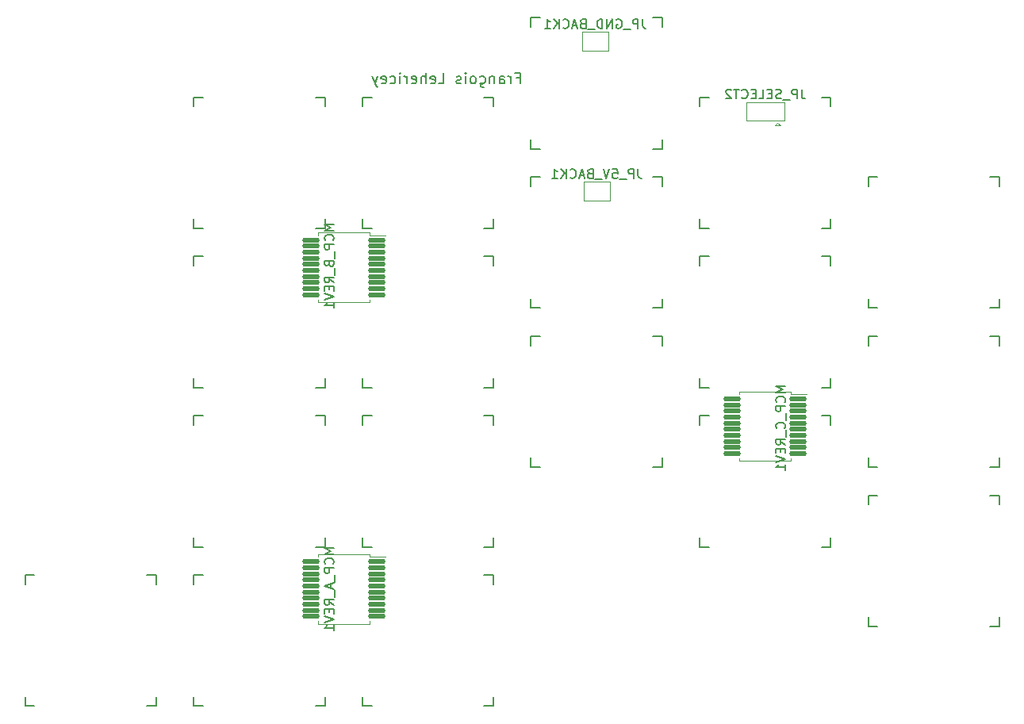
<source format=gbr>
%TF.GenerationSoftware,KiCad,Pcbnew,(6.0.4)*%
%TF.CreationDate,2022-11-15T19:41:09+00:00*%
%TF.ProjectId,pcb_v2,7063625f-7632-42e6-9b69-6361645f7063,rev?*%
%TF.SameCoordinates,Original*%
%TF.FileFunction,Legend,Bot*%
%TF.FilePolarity,Positive*%
%FSLAX46Y46*%
G04 Gerber Fmt 4.6, Leading zero omitted, Abs format (unit mm)*
G04 Created by KiCad (PCBNEW (6.0.4)) date 2022-11-15 19:41:09*
%MOMM*%
%LPD*%
G01*
G04 APERTURE LIST*
G04 Aperture macros list*
%AMRoundRect*
0 Rectangle with rounded corners*
0 $1 Rounding radius*
0 $2 $3 $4 $5 $6 $7 $8 $9 X,Y pos of 4 corners*
0 Add a 4 corners polygon primitive as box body*
4,1,4,$2,$3,$4,$5,$6,$7,$8,$9,$2,$3,0*
0 Add four circle primitives for the rounded corners*
1,1,$1+$1,$2,$3*
1,1,$1+$1,$4,$5*
1,1,$1+$1,$6,$7*
1,1,$1+$1,$8,$9*
0 Add four rect primitives between the rounded corners*
20,1,$1+$1,$2,$3,$4,$5,0*
20,1,$1+$1,$4,$5,$6,$7,0*
20,1,$1+$1,$6,$7,$8,$9,0*
20,1,$1+$1,$8,$9,$2,$3,0*%
G04 Aperture macros list end*
%ADD10C,0.150000*%
%ADD11C,0.120000*%
%ADD12C,3.429000*%
%ADD13C,1.701800*%
%ADD14C,2.032000*%
%ADD15C,0.800000*%
%ADD16O,2.000000X1.600000*%
%ADD17O,3.100000X1.600000*%
%ADD18R,1.000000X1.500000*%
%ADD19RoundRect,0.125000X0.825000X0.125000X-0.825000X0.125000X-0.825000X-0.125000X0.825000X-0.125000X0*%
G04 APERTURE END LIST*
D10*
X86447619Y-69417857D02*
X86830952Y-69417857D01*
X86830952Y-70020238D02*
X86830952Y-68870238D01*
X86283333Y-68870238D01*
X85845238Y-70020238D02*
X85845238Y-69253571D01*
X85845238Y-69472619D02*
X85790476Y-69363095D01*
X85735714Y-69308333D01*
X85626190Y-69253571D01*
X85516666Y-69253571D01*
X84640476Y-70020238D02*
X84640476Y-69417857D01*
X84695238Y-69308333D01*
X84804761Y-69253571D01*
X85023809Y-69253571D01*
X85133333Y-69308333D01*
X84640476Y-69965476D02*
X84750000Y-70020238D01*
X85023809Y-70020238D01*
X85133333Y-69965476D01*
X85188095Y-69855952D01*
X85188095Y-69746428D01*
X85133333Y-69636904D01*
X85023809Y-69582142D01*
X84750000Y-69582142D01*
X84640476Y-69527380D01*
X84092857Y-69253571D02*
X84092857Y-70020238D01*
X84092857Y-69363095D02*
X84038095Y-69308333D01*
X83928571Y-69253571D01*
X83764285Y-69253571D01*
X83654761Y-69308333D01*
X83600000Y-69417857D01*
X83600000Y-70020238D01*
X82559523Y-69965476D02*
X82669047Y-70020238D01*
X82888095Y-70020238D01*
X82997619Y-69965476D01*
X83052380Y-69910714D01*
X83107142Y-69801190D01*
X83107142Y-69472619D01*
X83052380Y-69363095D01*
X82997619Y-69308333D01*
X82888095Y-69253571D01*
X82669047Y-69253571D01*
X82559523Y-69308333D01*
X82778571Y-70075000D02*
X82669047Y-70129761D01*
X82614285Y-70239285D01*
X82669047Y-70348809D01*
X82778571Y-70403571D01*
X82942857Y-70403571D01*
X81902380Y-70020238D02*
X82011904Y-69965476D01*
X82066666Y-69910714D01*
X82121428Y-69801190D01*
X82121428Y-69472619D01*
X82066666Y-69363095D01*
X82011904Y-69308333D01*
X81902380Y-69253571D01*
X81738095Y-69253571D01*
X81628571Y-69308333D01*
X81573809Y-69363095D01*
X81519047Y-69472619D01*
X81519047Y-69801190D01*
X81573809Y-69910714D01*
X81628571Y-69965476D01*
X81738095Y-70020238D01*
X81902380Y-70020238D01*
X81026190Y-70020238D02*
X81026190Y-69253571D01*
X81026190Y-68870238D02*
X81080952Y-68925000D01*
X81026190Y-68979761D01*
X80971428Y-68925000D01*
X81026190Y-68870238D01*
X81026190Y-68979761D01*
X80533333Y-69965476D02*
X80423809Y-70020238D01*
X80204761Y-70020238D01*
X80095238Y-69965476D01*
X80040476Y-69855952D01*
X80040476Y-69801190D01*
X80095238Y-69691666D01*
X80204761Y-69636904D01*
X80369047Y-69636904D01*
X80478571Y-69582142D01*
X80533333Y-69472619D01*
X80533333Y-69417857D01*
X80478571Y-69308333D01*
X80369047Y-69253571D01*
X80204761Y-69253571D01*
X80095238Y-69308333D01*
X78123809Y-70020238D02*
X78671428Y-70020238D01*
X78671428Y-68870238D01*
X77302380Y-69965476D02*
X77411904Y-70020238D01*
X77630952Y-70020238D01*
X77740476Y-69965476D01*
X77795238Y-69855952D01*
X77795238Y-69417857D01*
X77740476Y-69308333D01*
X77630952Y-69253571D01*
X77411904Y-69253571D01*
X77302380Y-69308333D01*
X77247619Y-69417857D01*
X77247619Y-69527380D01*
X77795238Y-69636904D01*
X76754761Y-70020238D02*
X76754761Y-68870238D01*
X76261904Y-70020238D02*
X76261904Y-69417857D01*
X76316666Y-69308333D01*
X76426190Y-69253571D01*
X76590476Y-69253571D01*
X76700000Y-69308333D01*
X76754761Y-69363095D01*
X75276190Y-69965476D02*
X75385714Y-70020238D01*
X75604761Y-70020238D01*
X75714285Y-69965476D01*
X75769047Y-69855952D01*
X75769047Y-69417857D01*
X75714285Y-69308333D01*
X75604761Y-69253571D01*
X75385714Y-69253571D01*
X75276190Y-69308333D01*
X75221428Y-69417857D01*
X75221428Y-69527380D01*
X75769047Y-69636904D01*
X74728571Y-70020238D02*
X74728571Y-69253571D01*
X74728571Y-69472619D02*
X74673809Y-69363095D01*
X74619047Y-69308333D01*
X74509523Y-69253571D01*
X74400000Y-69253571D01*
X74016666Y-70020238D02*
X74016666Y-69253571D01*
X74016666Y-68870238D02*
X74071428Y-68925000D01*
X74016666Y-68979761D01*
X73961904Y-68925000D01*
X74016666Y-68870238D01*
X74016666Y-68979761D01*
X72976190Y-69965476D02*
X73085714Y-70020238D01*
X73304761Y-70020238D01*
X73414285Y-69965476D01*
X73469047Y-69910714D01*
X73523809Y-69801190D01*
X73523809Y-69472619D01*
X73469047Y-69363095D01*
X73414285Y-69308333D01*
X73304761Y-69253571D01*
X73085714Y-69253571D01*
X72976190Y-69308333D01*
X72045238Y-69965476D02*
X72154761Y-70020238D01*
X72373809Y-70020238D01*
X72483333Y-69965476D01*
X72538095Y-69855952D01*
X72538095Y-69417857D01*
X72483333Y-69308333D01*
X72373809Y-69253571D01*
X72154761Y-69253571D01*
X72045238Y-69308333D01*
X71990476Y-69417857D01*
X71990476Y-69527380D01*
X72538095Y-69636904D01*
X71607142Y-69253571D02*
X71333333Y-70020238D01*
X71059523Y-69253571D02*
X71333333Y-70020238D01*
X71442857Y-70294047D01*
X71497619Y-70348809D01*
X71607142Y-70403571D01*
%TO.C,JP_5V_BACK1*%
X99428571Y-79152380D02*
X99428571Y-79866666D01*
X99476190Y-80009523D01*
X99571428Y-80104761D01*
X99714285Y-80152380D01*
X99809523Y-80152380D01*
X98952380Y-80152380D02*
X98952380Y-79152380D01*
X98571428Y-79152380D01*
X98476190Y-79200000D01*
X98428571Y-79247619D01*
X98380952Y-79342857D01*
X98380952Y-79485714D01*
X98428571Y-79580952D01*
X98476190Y-79628571D01*
X98571428Y-79676190D01*
X98952380Y-79676190D01*
X98190476Y-80247619D02*
X97428571Y-80247619D01*
X96714285Y-79152380D02*
X97190476Y-79152380D01*
X97238095Y-79628571D01*
X97190476Y-79580952D01*
X97095238Y-79533333D01*
X96857142Y-79533333D01*
X96761904Y-79580952D01*
X96714285Y-79628571D01*
X96666666Y-79723809D01*
X96666666Y-79961904D01*
X96714285Y-80057142D01*
X96761904Y-80104761D01*
X96857142Y-80152380D01*
X97095238Y-80152380D01*
X97190476Y-80104761D01*
X97238095Y-80057142D01*
X96380952Y-79152380D02*
X96047619Y-80152380D01*
X95714285Y-79152380D01*
X95619047Y-80247619D02*
X94857142Y-80247619D01*
X94285714Y-79628571D02*
X94142857Y-79676190D01*
X94095238Y-79723809D01*
X94047619Y-79819047D01*
X94047619Y-79961904D01*
X94095238Y-80057142D01*
X94142857Y-80104761D01*
X94238095Y-80152380D01*
X94619047Y-80152380D01*
X94619047Y-79152380D01*
X94285714Y-79152380D01*
X94190476Y-79200000D01*
X94142857Y-79247619D01*
X94095238Y-79342857D01*
X94095238Y-79438095D01*
X94142857Y-79533333D01*
X94190476Y-79580952D01*
X94285714Y-79628571D01*
X94619047Y-79628571D01*
X93666666Y-79866666D02*
X93190476Y-79866666D01*
X93761904Y-80152380D02*
X93428571Y-79152380D01*
X93095238Y-80152380D01*
X92190476Y-80057142D02*
X92238095Y-80104761D01*
X92380952Y-80152380D01*
X92476190Y-80152380D01*
X92619047Y-80104761D01*
X92714285Y-80009523D01*
X92761904Y-79914285D01*
X92809523Y-79723809D01*
X92809523Y-79580952D01*
X92761904Y-79390476D01*
X92714285Y-79295238D01*
X92619047Y-79200000D01*
X92476190Y-79152380D01*
X92380952Y-79152380D01*
X92238095Y-79200000D01*
X92190476Y-79247619D01*
X91761904Y-80152380D02*
X91761904Y-79152380D01*
X91190476Y-80152380D02*
X91619047Y-79580952D01*
X91190476Y-79152380D02*
X91761904Y-79723809D01*
X90238095Y-80152380D02*
X90809523Y-80152380D01*
X90523809Y-80152380D02*
X90523809Y-79152380D01*
X90619047Y-79295238D01*
X90714285Y-79390476D01*
X90809523Y-79438095D01*
%TO.C,JP_SELECT2*%
X116884131Y-70655120D02*
X116884131Y-71369406D01*
X116931750Y-71512263D01*
X117026988Y-71607501D01*
X117169845Y-71655120D01*
X117265083Y-71655120D01*
X116407940Y-71655120D02*
X116407940Y-70655120D01*
X116026988Y-70655120D01*
X115931750Y-70702740D01*
X115884131Y-70750359D01*
X115836512Y-70845597D01*
X115836512Y-70988454D01*
X115884131Y-71083692D01*
X115931750Y-71131311D01*
X116026988Y-71178930D01*
X116407940Y-71178930D01*
X115646036Y-71750359D02*
X114884131Y-71750359D01*
X114693655Y-71607501D02*
X114550798Y-71655120D01*
X114312702Y-71655120D01*
X114217464Y-71607501D01*
X114169845Y-71559882D01*
X114122226Y-71464644D01*
X114122226Y-71369406D01*
X114169845Y-71274168D01*
X114217464Y-71226549D01*
X114312702Y-71178930D01*
X114503179Y-71131311D01*
X114598417Y-71083692D01*
X114646036Y-71036073D01*
X114693655Y-70940835D01*
X114693655Y-70845597D01*
X114646036Y-70750359D01*
X114598417Y-70702740D01*
X114503179Y-70655120D01*
X114265083Y-70655120D01*
X114122226Y-70702740D01*
X113693655Y-71131311D02*
X113360321Y-71131311D01*
X113217464Y-71655120D02*
X113693655Y-71655120D01*
X113693655Y-70655120D01*
X113217464Y-70655120D01*
X112312702Y-71655120D02*
X112788893Y-71655120D01*
X112788893Y-70655120D01*
X111979369Y-71131311D02*
X111646036Y-71131311D01*
X111503178Y-71655120D02*
X111979369Y-71655120D01*
X111979369Y-70655120D01*
X111503178Y-70655120D01*
X110503178Y-71559882D02*
X110550798Y-71607501D01*
X110693655Y-71655120D01*
X110788893Y-71655120D01*
X110931750Y-71607501D01*
X111026988Y-71512263D01*
X111074607Y-71417025D01*
X111122226Y-71226549D01*
X111122226Y-71083692D01*
X111074607Y-70893216D01*
X111026988Y-70797978D01*
X110931750Y-70702740D01*
X110788893Y-70655120D01*
X110693655Y-70655120D01*
X110550798Y-70702740D01*
X110503178Y-70750359D01*
X110217464Y-70655120D02*
X109646036Y-70655120D01*
X109931750Y-71655120D02*
X109931750Y-70655120D01*
X109360321Y-70750359D02*
X109312702Y-70702740D01*
X109217464Y-70655120D01*
X108979369Y-70655120D01*
X108884131Y-70702740D01*
X108836512Y-70750359D01*
X108788893Y-70845597D01*
X108788893Y-70940835D01*
X108836512Y-71083692D01*
X109407940Y-71655120D01*
X108788893Y-71655120D01*
%TO.C,MCP_C_REV1*%
X115150437Y-102348965D02*
X114150437Y-102348965D01*
X114864723Y-102682298D01*
X114150437Y-103015631D01*
X115150437Y-103015631D01*
X115055199Y-104063250D02*
X115102818Y-104015631D01*
X115150437Y-103872774D01*
X115150437Y-103777536D01*
X115102818Y-103634679D01*
X115007580Y-103539441D01*
X114912342Y-103491822D01*
X114721866Y-103444203D01*
X114579009Y-103444203D01*
X114388533Y-103491822D01*
X114293295Y-103539441D01*
X114198057Y-103634679D01*
X114150437Y-103777536D01*
X114150437Y-103872774D01*
X114198057Y-104015631D01*
X114245676Y-104063250D01*
X115150437Y-104491822D02*
X114150437Y-104491822D01*
X114150437Y-104872774D01*
X114198057Y-104968012D01*
X114245676Y-105015631D01*
X114340914Y-105063250D01*
X114483771Y-105063250D01*
X114579009Y-105015631D01*
X114626628Y-104968012D01*
X114674247Y-104872774D01*
X114674247Y-104491822D01*
X115245676Y-105253726D02*
X115245676Y-106015631D01*
X115055199Y-106825155D02*
X115102818Y-106777536D01*
X115150437Y-106634679D01*
X115150437Y-106539441D01*
X115102818Y-106396584D01*
X115007580Y-106301346D01*
X114912342Y-106253726D01*
X114721866Y-106206107D01*
X114579009Y-106206107D01*
X114388533Y-106253726D01*
X114293295Y-106301346D01*
X114198057Y-106396584D01*
X114150437Y-106539441D01*
X114150437Y-106634679D01*
X114198057Y-106777536D01*
X114245676Y-106825155D01*
X115245676Y-107015631D02*
X115245676Y-107777536D01*
X115150437Y-108587060D02*
X114674247Y-108253726D01*
X115150437Y-108015631D02*
X114150437Y-108015631D01*
X114150437Y-108396584D01*
X114198057Y-108491822D01*
X114245676Y-108539441D01*
X114340914Y-108587060D01*
X114483771Y-108587060D01*
X114579009Y-108539441D01*
X114626628Y-108491822D01*
X114674247Y-108396584D01*
X114674247Y-108015631D01*
X114626628Y-109015631D02*
X114626628Y-109348965D01*
X115150437Y-109491822D02*
X115150437Y-109015631D01*
X114150437Y-109015631D01*
X114150437Y-109491822D01*
X114150437Y-109777536D02*
X115150437Y-110110869D01*
X114150437Y-110444203D01*
X115150437Y-111301346D02*
X115150437Y-110729917D01*
X115150437Y-111015631D02*
X114150437Y-111015631D01*
X114293295Y-110920393D01*
X114388533Y-110825155D01*
X114436152Y-110729917D01*
%TO.C,MCP_A_REV1*%
X66952380Y-119619047D02*
X65952380Y-119619047D01*
X66666666Y-119952380D01*
X65952380Y-120285714D01*
X66952380Y-120285714D01*
X66857142Y-121333333D02*
X66904761Y-121285714D01*
X66952380Y-121142857D01*
X66952380Y-121047619D01*
X66904761Y-120904761D01*
X66809523Y-120809523D01*
X66714285Y-120761904D01*
X66523809Y-120714285D01*
X66380952Y-120714285D01*
X66190476Y-120761904D01*
X66095238Y-120809523D01*
X66000000Y-120904761D01*
X65952380Y-121047619D01*
X65952380Y-121142857D01*
X66000000Y-121285714D01*
X66047619Y-121333333D01*
X66952380Y-121761904D02*
X65952380Y-121761904D01*
X65952380Y-122142857D01*
X66000000Y-122238095D01*
X66047619Y-122285714D01*
X66142857Y-122333333D01*
X66285714Y-122333333D01*
X66380952Y-122285714D01*
X66428571Y-122238095D01*
X66476190Y-122142857D01*
X66476190Y-121761904D01*
X67047619Y-122523809D02*
X67047619Y-123285714D01*
X66666666Y-123476190D02*
X66666666Y-123952380D01*
X66952380Y-123380952D02*
X65952380Y-123714285D01*
X66952380Y-124047619D01*
X67047619Y-124142857D02*
X67047619Y-124904761D01*
X66952380Y-125714285D02*
X66476190Y-125380952D01*
X66952380Y-125142857D02*
X65952380Y-125142857D01*
X65952380Y-125523809D01*
X66000000Y-125619047D01*
X66047619Y-125666666D01*
X66142857Y-125714285D01*
X66285714Y-125714285D01*
X66380952Y-125666666D01*
X66428571Y-125619047D01*
X66476190Y-125523809D01*
X66476190Y-125142857D01*
X66428571Y-126142857D02*
X66428571Y-126476190D01*
X66952380Y-126619047D02*
X66952380Y-126142857D01*
X65952380Y-126142857D01*
X65952380Y-126619047D01*
X65952380Y-126904761D02*
X66952380Y-127238095D01*
X65952380Y-127571428D01*
X66952380Y-128428571D02*
X66952380Y-127857142D01*
X66952380Y-128142857D02*
X65952380Y-128142857D01*
X66095238Y-128047619D01*
X66190476Y-127952380D01*
X66238095Y-127857142D01*
%TO.C,JP_GND_BACK1*%
X99897619Y-63152380D02*
X99897619Y-63866666D01*
X99945238Y-64009523D01*
X100040476Y-64104761D01*
X100183333Y-64152380D01*
X100278571Y-64152380D01*
X99421428Y-64152380D02*
X99421428Y-63152380D01*
X99040476Y-63152380D01*
X98945238Y-63200000D01*
X98897619Y-63247619D01*
X98850000Y-63342857D01*
X98850000Y-63485714D01*
X98897619Y-63580952D01*
X98945238Y-63628571D01*
X99040476Y-63676190D01*
X99421428Y-63676190D01*
X98659523Y-64247619D02*
X97897619Y-64247619D01*
X97135714Y-63200000D02*
X97230952Y-63152380D01*
X97373809Y-63152380D01*
X97516666Y-63200000D01*
X97611904Y-63295238D01*
X97659523Y-63390476D01*
X97707142Y-63580952D01*
X97707142Y-63723809D01*
X97659523Y-63914285D01*
X97611904Y-64009523D01*
X97516666Y-64104761D01*
X97373809Y-64152380D01*
X97278571Y-64152380D01*
X97135714Y-64104761D01*
X97088095Y-64057142D01*
X97088095Y-63723809D01*
X97278571Y-63723809D01*
X96659523Y-64152380D02*
X96659523Y-63152380D01*
X96088095Y-64152380D01*
X96088095Y-63152380D01*
X95611904Y-64152380D02*
X95611904Y-63152380D01*
X95373809Y-63152380D01*
X95230952Y-63200000D01*
X95135714Y-63295238D01*
X95088095Y-63390476D01*
X95040476Y-63580952D01*
X95040476Y-63723809D01*
X95088095Y-63914285D01*
X95135714Y-64009523D01*
X95230952Y-64104761D01*
X95373809Y-64152380D01*
X95611904Y-64152380D01*
X94850000Y-64247619D02*
X94088095Y-64247619D01*
X93516666Y-63628571D02*
X93373809Y-63676190D01*
X93326190Y-63723809D01*
X93278571Y-63819047D01*
X93278571Y-63961904D01*
X93326190Y-64057142D01*
X93373809Y-64104761D01*
X93469047Y-64152380D01*
X93850000Y-64152380D01*
X93850000Y-63152380D01*
X93516666Y-63152380D01*
X93421428Y-63200000D01*
X93373809Y-63247619D01*
X93326190Y-63342857D01*
X93326190Y-63438095D01*
X93373809Y-63533333D01*
X93421428Y-63580952D01*
X93516666Y-63628571D01*
X93850000Y-63628571D01*
X92897619Y-63866666D02*
X92421428Y-63866666D01*
X92992857Y-64152380D02*
X92659523Y-63152380D01*
X92326190Y-64152380D01*
X91421428Y-64057142D02*
X91469047Y-64104761D01*
X91611904Y-64152380D01*
X91707142Y-64152380D01*
X91850000Y-64104761D01*
X91945238Y-64009523D01*
X91992857Y-63914285D01*
X92040476Y-63723809D01*
X92040476Y-63580952D01*
X91992857Y-63390476D01*
X91945238Y-63295238D01*
X91850000Y-63200000D01*
X91707142Y-63152380D01*
X91611904Y-63152380D01*
X91469047Y-63200000D01*
X91421428Y-63247619D01*
X90992857Y-64152380D02*
X90992857Y-63152380D01*
X90421428Y-64152380D02*
X90850000Y-63580952D01*
X90421428Y-63152380D02*
X90992857Y-63723809D01*
X89469047Y-64152380D02*
X90040476Y-64152380D01*
X89754761Y-64152380D02*
X89754761Y-63152380D01*
X89850000Y-63295238D01*
X89945238Y-63390476D01*
X90040476Y-63438095D01*
%TO.C,MCP_B_REV1*%
X66952380Y-85047619D02*
X65952380Y-85047619D01*
X66666666Y-85380952D01*
X65952380Y-85714285D01*
X66952380Y-85714285D01*
X66857142Y-86761904D02*
X66904761Y-86714285D01*
X66952380Y-86571428D01*
X66952380Y-86476190D01*
X66904761Y-86333333D01*
X66809523Y-86238095D01*
X66714285Y-86190476D01*
X66523809Y-86142857D01*
X66380952Y-86142857D01*
X66190476Y-86190476D01*
X66095238Y-86238095D01*
X66000000Y-86333333D01*
X65952380Y-86476190D01*
X65952380Y-86571428D01*
X66000000Y-86714285D01*
X66047619Y-86761904D01*
X66952380Y-87190476D02*
X65952380Y-87190476D01*
X65952380Y-87571428D01*
X66000000Y-87666666D01*
X66047619Y-87714285D01*
X66142857Y-87761904D01*
X66285714Y-87761904D01*
X66380952Y-87714285D01*
X66428571Y-87666666D01*
X66476190Y-87571428D01*
X66476190Y-87190476D01*
X67047619Y-87952380D02*
X67047619Y-88714285D01*
X66428571Y-89285714D02*
X66476190Y-89428571D01*
X66523809Y-89476190D01*
X66619047Y-89523809D01*
X66761904Y-89523809D01*
X66857142Y-89476190D01*
X66904761Y-89428571D01*
X66952380Y-89333333D01*
X66952380Y-88952380D01*
X65952380Y-88952380D01*
X65952380Y-89285714D01*
X66000000Y-89380952D01*
X66047619Y-89428571D01*
X66142857Y-89476190D01*
X66238095Y-89476190D01*
X66333333Y-89428571D01*
X66380952Y-89380952D01*
X66428571Y-89285714D01*
X66428571Y-88952380D01*
X67047619Y-89714285D02*
X67047619Y-90476190D01*
X66952380Y-91285714D02*
X66476190Y-90952380D01*
X66952380Y-90714285D02*
X65952380Y-90714285D01*
X65952380Y-91095238D01*
X66000000Y-91190476D01*
X66047619Y-91238095D01*
X66142857Y-91285714D01*
X66285714Y-91285714D01*
X66380952Y-91238095D01*
X66428571Y-91190476D01*
X66476190Y-91095238D01*
X66476190Y-90714285D01*
X66428571Y-91714285D02*
X66428571Y-92047619D01*
X66952380Y-92190476D02*
X66952380Y-91714285D01*
X65952380Y-91714285D01*
X65952380Y-92190476D01*
X65952380Y-92476190D02*
X66952380Y-92809523D01*
X65952380Y-93142857D01*
X66952380Y-94000000D02*
X66952380Y-93428571D01*
X66952380Y-93714285D02*
X65952380Y-93714285D01*
X66095238Y-93619047D01*
X66190476Y-93523809D01*
X66238095Y-93428571D01*
%TO.C,KEY_B_4*%
X70000000Y-72500000D02*
X70000000Y-71500000D01*
X71000000Y-85500000D02*
X70000000Y-85500000D01*
X84000000Y-84500000D02*
X84000000Y-85500000D01*
X70000000Y-85500000D02*
X70000000Y-84500000D01*
X84000000Y-71500000D02*
X84000000Y-72500000D01*
X70000000Y-71500000D02*
X71000000Y-71500000D01*
X84000000Y-85500000D02*
X83000000Y-85500000D01*
X83000000Y-71500000D02*
X84000000Y-71500000D01*
%TO.C,KEY_B_2*%
X88000000Y-80000000D02*
X89000000Y-80000000D01*
X102000000Y-94000000D02*
X101000000Y-94000000D01*
X89000000Y-94000000D02*
X88000000Y-94000000D01*
X88000000Y-81000000D02*
X88000000Y-80000000D01*
X88000000Y-94000000D02*
X88000000Y-93000000D01*
X102000000Y-80000000D02*
X102000000Y-81000000D01*
X101000000Y-80000000D02*
X102000000Y-80000000D01*
X102000000Y-93000000D02*
X102000000Y-94000000D01*
%TO.C,KEY_C_1*%
X124000000Y-115000000D02*
X124000000Y-114000000D01*
X124000000Y-114000000D02*
X125000000Y-114000000D01*
X138000000Y-114000000D02*
X138000000Y-115000000D01*
X138000000Y-128000000D02*
X137000000Y-128000000D01*
X137000000Y-114000000D02*
X138000000Y-114000000D01*
X124000000Y-128000000D02*
X124000000Y-127000000D01*
X125000000Y-128000000D02*
X124000000Y-128000000D01*
X138000000Y-127000000D02*
X138000000Y-128000000D01*
%TO.C,KEY_A_0*%
X83000000Y-122500000D02*
X84000000Y-122500000D01*
X84000000Y-136500000D02*
X83000000Y-136500000D01*
X71000000Y-136500000D02*
X70000000Y-136500000D01*
X70000000Y-136500000D02*
X70000000Y-135500000D01*
X84000000Y-122500000D02*
X84000000Y-123500000D01*
X84000000Y-135500000D02*
X84000000Y-136500000D01*
%TO.C,KEY_C_3*%
X125000000Y-94000000D02*
X124000000Y-94000000D01*
X124000000Y-80000000D02*
X125000000Y-80000000D01*
X138000000Y-94000000D02*
X137000000Y-94000000D01*
X138000000Y-80000000D02*
X138000000Y-81000000D01*
X124000000Y-94000000D02*
X124000000Y-93000000D01*
X138000000Y-93000000D02*
X138000000Y-94000000D01*
X124000000Y-81000000D02*
X124000000Y-80000000D01*
X137000000Y-80000000D02*
X138000000Y-80000000D01*
%TO.C,KEY_C_0*%
X107000000Y-119500000D02*
X106000000Y-119500000D01*
X120000000Y-118500000D02*
X120000000Y-119500000D01*
X106000000Y-105500000D02*
X107000000Y-105500000D01*
X106000000Y-119500000D02*
X106000000Y-118500000D01*
X120000000Y-105500000D02*
X120000000Y-106500000D01*
X120000000Y-119500000D02*
X119000000Y-119500000D01*
X119000000Y-105500000D02*
X120000000Y-105500000D01*
X106000000Y-106500000D02*
X106000000Y-105500000D01*
%TO.C,KEY_C_2*%
X138000000Y-97000000D02*
X138000000Y-98000000D01*
X138000000Y-111000000D02*
X137000000Y-111000000D01*
X124000000Y-111000000D02*
X124000000Y-110000000D01*
X138000000Y-110000000D02*
X138000000Y-111000000D01*
X124000000Y-97000000D02*
X125000000Y-97000000D01*
X124000000Y-98000000D02*
X124000000Y-97000000D01*
X125000000Y-111000000D02*
X124000000Y-111000000D01*
X137000000Y-97000000D02*
X138000000Y-97000000D01*
%TO.C,KEY_A_5*%
X52000000Y-89500000D02*
X52000000Y-88500000D01*
X52000000Y-88500000D02*
X53000000Y-88500000D01*
X66000000Y-101500000D02*
X66000000Y-102500000D01*
X53000000Y-102500000D02*
X52000000Y-102500000D01*
X66000000Y-102500000D02*
X65000000Y-102500000D01*
X52000000Y-102500000D02*
X52000000Y-101500000D01*
%TO.C,KEY_B_1*%
X102000000Y-111000000D02*
X101000000Y-111000000D01*
X102000000Y-110000000D02*
X102000000Y-111000000D01*
X102000000Y-97000000D02*
X102000000Y-98000000D01*
X101000000Y-97000000D02*
X102000000Y-97000000D01*
X88000000Y-97000000D02*
X89000000Y-97000000D01*
X88000000Y-98000000D02*
X88000000Y-97000000D01*
X88000000Y-111000000D02*
X88000000Y-110000000D01*
X89000000Y-111000000D02*
X88000000Y-111000000D01*
%TO.C,KEY_C_5*%
X106000000Y-89500000D02*
X106000000Y-88500000D01*
X107000000Y-102500000D02*
X106000000Y-102500000D01*
X120000000Y-101500000D02*
X120000000Y-102500000D01*
X120000000Y-88500000D02*
X120000000Y-89500000D01*
X120000000Y-102500000D02*
X119000000Y-102500000D01*
X106000000Y-102500000D02*
X106000000Y-101500000D01*
X119000000Y-88500000D02*
X120000000Y-88500000D01*
X106000000Y-88500000D02*
X107000000Y-88500000D01*
%TO.C,KEY_B_0*%
X84000000Y-88500000D02*
X84000000Y-89500000D01*
X83000000Y-88500000D02*
X84000000Y-88500000D01*
X71000000Y-102500000D02*
X70000000Y-102500000D01*
X70000000Y-102500000D02*
X70000000Y-101500000D01*
X84000000Y-102500000D02*
X83000000Y-102500000D01*
X84000000Y-101500000D02*
X84000000Y-102500000D01*
%TO.C,KEY_A_3*%
X84000000Y-118500000D02*
X84000000Y-119500000D01*
X70000000Y-119500000D02*
X70000000Y-118500000D01*
X71000000Y-119500000D02*
X70000000Y-119500000D01*
X70000000Y-106500000D02*
X70000000Y-105500000D01*
X70000000Y-105500000D02*
X71000000Y-105500000D01*
X84000000Y-119500000D02*
X83000000Y-119500000D01*
X84000000Y-105500000D02*
X84000000Y-106500000D01*
X83000000Y-105500000D02*
X84000000Y-105500000D01*
%TO.C,KEY_A_1*%
X52000000Y-123500000D02*
X52000000Y-122500000D01*
X52000000Y-122500000D02*
X53000000Y-122500000D01*
X66000000Y-135500000D02*
X66000000Y-136500000D01*
X66000000Y-136500000D02*
X65000000Y-136500000D01*
X52000000Y-136500000D02*
X52000000Y-135500000D01*
X53000000Y-136500000D02*
X52000000Y-136500000D01*
%TO.C,KEY_A_2*%
X34000000Y-123500000D02*
X34000000Y-122500000D01*
X48000000Y-122500000D02*
X48000000Y-123500000D01*
X48000000Y-135500000D02*
X48000000Y-136500000D01*
X48000000Y-136500000D02*
X47000000Y-136500000D01*
X35000000Y-136500000D02*
X34000000Y-136500000D01*
X47000000Y-122500000D02*
X48000000Y-122500000D01*
X34000000Y-136500000D02*
X34000000Y-135500000D01*
X34000000Y-122500000D02*
X35000000Y-122500000D01*
%TO.C,KEY_B_5*%
X66000000Y-71500000D02*
X66000000Y-72500000D01*
X65000000Y-71500000D02*
X66000000Y-71500000D01*
X52000000Y-72500000D02*
X52000000Y-71500000D01*
X53000000Y-85500000D02*
X52000000Y-85500000D01*
X52000000Y-85500000D02*
X52000000Y-84500000D01*
X66000000Y-84500000D02*
X66000000Y-85500000D01*
X52000000Y-71500000D02*
X53000000Y-71500000D01*
X66000000Y-85500000D02*
X65000000Y-85500000D01*
%TO.C,KEY_B_3*%
X102000000Y-77000000D02*
X101000000Y-77000000D01*
X88000000Y-77000000D02*
X88000000Y-76000000D01*
X88000000Y-64000000D02*
X88000000Y-63000000D01*
X89000000Y-77000000D02*
X88000000Y-77000000D01*
X102000000Y-76000000D02*
X102000000Y-77000000D01*
X101000000Y-63000000D02*
X102000000Y-63000000D01*
X102000000Y-63000000D02*
X102000000Y-64000000D01*
X88000000Y-63000000D02*
X89000000Y-63000000D01*
%TO.C,KEY_C_4*%
X106000000Y-72500000D02*
X106000000Y-71500000D01*
X106000000Y-71500000D02*
X107000000Y-71500000D01*
X120000000Y-71500000D02*
X120000000Y-72500000D01*
X106000000Y-85500000D02*
X106000000Y-84500000D01*
X120000000Y-85500000D02*
X119000000Y-85500000D01*
X119000000Y-71500000D02*
X120000000Y-71500000D01*
X120000000Y-84500000D02*
X120000000Y-85500000D01*
X107000000Y-85500000D02*
X106000000Y-85500000D01*
%TO.C,KEY_A_4*%
X52000000Y-105500000D02*
X53000000Y-105500000D01*
X53000000Y-119500000D02*
X52000000Y-119500000D01*
X66000000Y-105500000D02*
X66000000Y-106500000D01*
X66000000Y-118500000D02*
X66000000Y-119500000D01*
X65000000Y-105500000D02*
X66000000Y-105500000D01*
X52000000Y-106500000D02*
X52000000Y-105500000D01*
X66000000Y-119500000D02*
X65000000Y-119500000D01*
X52000000Y-119500000D02*
X52000000Y-118500000D01*
D11*
%TO.C,JP_5V_BACK1*%
X93600000Y-80500000D02*
X93600000Y-82500000D01*
X96400000Y-80500000D02*
X93600000Y-80500000D01*
X93600000Y-82500000D02*
X96400000Y-82500000D01*
X96400000Y-82500000D02*
X96400000Y-80500000D01*
%TO.C,JP_SELECT2*%
X114303179Y-74202740D02*
X114003179Y-74502740D01*
X115053179Y-72002740D02*
X110953179Y-72002740D01*
X110953179Y-72002740D02*
X110953179Y-74002740D01*
X115053179Y-74002740D02*
X115053179Y-72002740D01*
X114303179Y-74202740D02*
X114603179Y-74502740D01*
X110953179Y-74002740D02*
X115053179Y-74002740D01*
X114603179Y-74502740D02*
X114003179Y-74502740D01*
%TO.C,MCP_C_REV1*%
X113000000Y-102915000D02*
X115760000Y-102915000D01*
X113000000Y-110335000D02*
X115760000Y-110335000D01*
X113000000Y-102915000D02*
X110240000Y-102915000D01*
X115760000Y-103190000D02*
X117450000Y-103190000D01*
X113000000Y-110335000D02*
X110240000Y-110335000D01*
X115760000Y-110335000D02*
X115760000Y-110060000D01*
X110240000Y-110335000D02*
X110240000Y-110060000D01*
X110240000Y-102915000D02*
X110240000Y-103190000D01*
X115760000Y-102915000D02*
X115760000Y-103190000D01*
%TO.C,MCP_A_REV1*%
X70760000Y-127710000D02*
X70760000Y-127435000D01*
X65240000Y-127710000D02*
X65240000Y-127435000D01*
X68000000Y-127710000D02*
X70760000Y-127710000D01*
X68000000Y-120290000D02*
X70760000Y-120290000D01*
X70760000Y-120290000D02*
X70760000Y-120565000D01*
X68000000Y-120290000D02*
X65240000Y-120290000D01*
X65240000Y-120290000D02*
X65240000Y-120565000D01*
X68000000Y-127710000D02*
X65240000Y-127710000D01*
X70760000Y-120565000D02*
X72450000Y-120565000D01*
%TO.C,JP_GND_BACK1*%
X96250000Y-64500000D02*
X93450000Y-64500000D01*
X96250000Y-66500000D02*
X96250000Y-64500000D01*
X93450000Y-64500000D02*
X93450000Y-66500000D01*
X93450000Y-66500000D02*
X96250000Y-66500000D01*
%TO.C,MCP_B_REV1*%
X65241818Y-93383515D02*
X65241818Y-93108515D01*
X70761818Y-85963515D02*
X70761818Y-86238515D01*
X65241818Y-85963515D02*
X65241818Y-86238515D01*
X68001818Y-93383515D02*
X70761818Y-93383515D01*
X68001818Y-85963515D02*
X70761818Y-85963515D01*
X68001818Y-93383515D02*
X65241818Y-93383515D01*
X68001818Y-85963515D02*
X65241818Y-85963515D01*
X70761818Y-93383515D02*
X70761818Y-93108515D01*
X70761818Y-86238515D02*
X72451818Y-86238515D01*
%TD*%
%LPC*%
D12*
%TO.C,KEY_B_4*%
X77000000Y-78500000D03*
D13*
X82500000Y-78500000D03*
X71500000Y-78500000D03*
D14*
X77000000Y-84400000D03*
X72000000Y-82300000D03*
X82000000Y-82300000D03*
%TD*%
D12*
%TO.C,KEY_B_2*%
X95000000Y-87000000D03*
D13*
X100500000Y-87000000D03*
X89500000Y-87000000D03*
D14*
X95000000Y-92900000D03*
X90000000Y-90800000D03*
X100000000Y-90800000D03*
%TD*%
D12*
%TO.C,KEY_C_1*%
X131000000Y-121000000D03*
D13*
X136500000Y-121000000D03*
X125500000Y-121000000D03*
D14*
X131000000Y-126900000D03*
X126000000Y-124800000D03*
X136000000Y-124800000D03*
%TD*%
D13*
%TO.C,KEY_A_0*%
X82500000Y-129500000D03*
X71500000Y-129500000D03*
D12*
X77000000Y-129500000D03*
D14*
X77000000Y-135400000D03*
X72000000Y-133300000D03*
X82000000Y-133300000D03*
%TD*%
D13*
%TO.C,KEY_C_3*%
X125500000Y-87000000D03*
D12*
X131000000Y-87000000D03*
D13*
X136500000Y-87000000D03*
D14*
X131000000Y-92900000D03*
X136000000Y-90800000D03*
X126000000Y-90800000D03*
%TD*%
D13*
%TO.C,KEY_C_0*%
X118500000Y-112500000D03*
D12*
X113000000Y-112500000D03*
D13*
X107500000Y-112500000D03*
D14*
X113000000Y-118400000D03*
X108000000Y-116300000D03*
X118000000Y-116300000D03*
%TD*%
D13*
%TO.C,KEY_C_2*%
X125500000Y-104000000D03*
X136500000Y-104000000D03*
D12*
X131000000Y-104000000D03*
D14*
X131000000Y-109900000D03*
X126000000Y-107800000D03*
X136000000Y-107800000D03*
%TD*%
D13*
%TO.C,KEY_A_5*%
X64500000Y-95500000D03*
D12*
X59000000Y-95500000D03*
D13*
X53500000Y-95500000D03*
D14*
X59000000Y-101400000D03*
X64000000Y-99300000D03*
X54000000Y-99300000D03*
%TD*%
D13*
%TO.C,KEY_B_1*%
X89500000Y-104000000D03*
X100500000Y-104000000D03*
D12*
X95000000Y-104000000D03*
D14*
X95000000Y-109900000D03*
X90000000Y-107800000D03*
X100000000Y-107800000D03*
%TD*%
D13*
%TO.C,KEY_C_5*%
X107500000Y-95500000D03*
D12*
X113000000Y-95500000D03*
D13*
X118500000Y-95500000D03*
D14*
X113000000Y-101400000D03*
X108000000Y-99300000D03*
X118000000Y-99300000D03*
%TD*%
D15*
%TO.C,JACK1*%
X109012500Y-66500000D03*
X116012500Y-66500000D03*
D16*
X111412500Y-68800000D03*
X111412500Y-64200000D03*
X114412500Y-68800000D03*
X114412500Y-64200000D03*
D17*
X106862500Y-64200000D03*
X106862500Y-68800000D03*
%TD*%
D13*
%TO.C,KEY_B_0*%
X82500000Y-95500000D03*
X71500000Y-95500000D03*
D12*
X77000000Y-95500000D03*
D14*
X77000000Y-101400000D03*
X72000000Y-99300000D03*
X82000000Y-99300000D03*
%TD*%
D12*
%TO.C,KEY_A_3*%
X77000000Y-112500000D03*
D13*
X82500000Y-112500000D03*
X71500000Y-112500000D03*
D14*
X77000000Y-118400000D03*
X82000000Y-116300000D03*
X72000000Y-116300000D03*
%TD*%
D13*
%TO.C,KEY_A_1*%
X53500000Y-129500000D03*
X64500000Y-129500000D03*
D12*
X59000000Y-129500000D03*
D14*
X59000000Y-135400000D03*
X54000000Y-133300000D03*
X64000000Y-133300000D03*
%TD*%
D12*
%TO.C,KEY_A_2*%
X41000000Y-129500000D03*
D13*
X35500000Y-129500000D03*
X46500000Y-129500000D03*
D14*
X41000000Y-135400000D03*
X36000000Y-133300000D03*
X46000000Y-133300000D03*
%TD*%
D13*
%TO.C,KEY_B_5*%
X53500000Y-78500000D03*
D12*
X59000000Y-78500000D03*
D13*
X64500000Y-78500000D03*
D14*
X59000000Y-84400000D03*
X64000000Y-82300000D03*
X54000000Y-82300000D03*
%TD*%
D12*
%TO.C,KEY_B_3*%
X95000000Y-70000000D03*
D13*
X100500000Y-70000000D03*
X89500000Y-70000000D03*
D14*
X95000000Y-75900000D03*
X100000000Y-73800000D03*
X90000000Y-73800000D03*
%TD*%
D12*
%TO.C,KEY_C_4*%
X113000000Y-78500000D03*
D13*
X107500000Y-78500000D03*
X118500000Y-78500000D03*
D14*
X113000000Y-84400000D03*
X108000000Y-82300000D03*
X118000000Y-82300000D03*
%TD*%
D13*
%TO.C,KEY_A_4*%
X64500000Y-112500000D03*
D12*
X59000000Y-112500000D03*
D13*
X53500000Y-112500000D03*
D14*
X59000000Y-118400000D03*
X54000000Y-116300000D03*
X64000000Y-116300000D03*
%TD*%
D18*
%TO.C,JP_5V_BACK1*%
X95650000Y-81500000D03*
X94350000Y-81500000D03*
%TD*%
%TO.C,JP_SELECT2*%
X114303179Y-73002740D03*
X113003179Y-73002740D03*
X111703179Y-73002740D03*
%TD*%
D19*
%TO.C,MCP_C_REV1*%
X116500000Y-103700000D03*
X116500000Y-104350000D03*
X116500000Y-105000000D03*
X116500000Y-105650000D03*
X116500000Y-106300000D03*
X116500000Y-106950000D03*
X116500000Y-107600000D03*
X116500000Y-108250000D03*
X116500000Y-108900000D03*
X116500000Y-109550000D03*
X109500000Y-109550000D03*
X109500000Y-108900000D03*
X109500000Y-108250000D03*
X109500000Y-107600000D03*
X109500000Y-106950000D03*
X109500000Y-106300000D03*
X109500000Y-105650000D03*
X109500000Y-105000000D03*
X109500000Y-104350000D03*
X109500000Y-103700000D03*
%TD*%
%TO.C,MCP_A_REV1*%
X71500000Y-121075000D03*
X71500000Y-121725000D03*
X71500000Y-122375000D03*
X71500000Y-123025000D03*
X71500000Y-123675000D03*
X71500000Y-124325000D03*
X71500000Y-124975000D03*
X71500000Y-125625000D03*
X71500000Y-126275000D03*
X71500000Y-126925000D03*
X64500000Y-126925000D03*
X64500000Y-126275000D03*
X64500000Y-125625000D03*
X64500000Y-124975000D03*
X64500000Y-124325000D03*
X64500000Y-123675000D03*
X64500000Y-123025000D03*
X64500000Y-122375000D03*
X64500000Y-121725000D03*
X64500000Y-121075000D03*
%TD*%
D18*
%TO.C,JP_GND_BACK1*%
X95500000Y-65500000D03*
X94200000Y-65500000D03*
%TD*%
D19*
%TO.C,MCP_B_REV1*%
X71501818Y-86748515D03*
X71501818Y-87398515D03*
X71501818Y-88048515D03*
X71501818Y-88698515D03*
X71501818Y-89348515D03*
X71501818Y-89998515D03*
X71501818Y-90648515D03*
X71501818Y-91298515D03*
X71501818Y-91948515D03*
X71501818Y-92598515D03*
X64501818Y-92598515D03*
X64501818Y-91948515D03*
X64501818Y-91298515D03*
X64501818Y-90648515D03*
X64501818Y-89998515D03*
X64501818Y-89348515D03*
X64501818Y-88698515D03*
X64501818Y-88048515D03*
X64501818Y-87398515D03*
X64501818Y-86748515D03*
%TD*%
M02*

</source>
